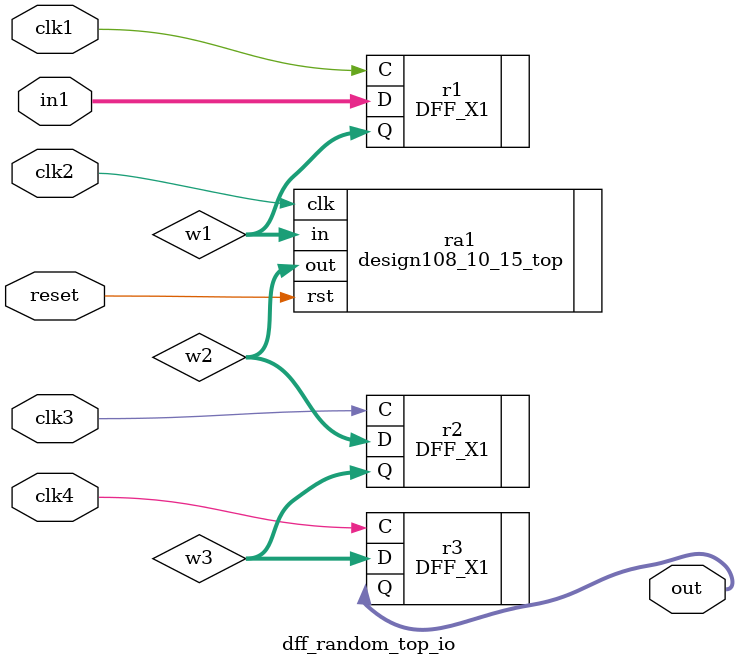
<source format=v>
 
module dff_random_top_io #(parameter WIDTH=32) (in1, clk1, clk2, clk3, clk4, out, reset);
  input [WIDTH-1:0] in1;
  input clk1, clk2, clk3, clk4; 
  input reset;
  output [WIDTH-1:0] out;

  wire [WIDTH-1:0] w1, w2, w3;

  DFF_X1 #(.WIDTH(WIDTH)) r1 (.D(in1), .C(clk1), .Q(w1));
  design108_10_15_top #(.WIDTH(WIDTH)) ra1 (.clk(clk2),.rst(reset),.in(w1),.out(w2));
  DFF_X1 #(.WIDTH(WIDTH)) r2 (.D(w2), .C(clk3), .Q(w3));
  DFF_X1 #(.WIDTH(WIDTH))r3 (.D(w3), .C(clk4), .Q(out));
endmodule 
</source>
